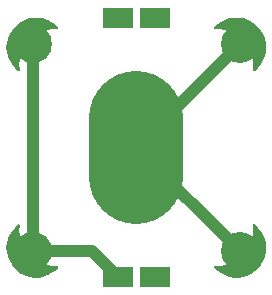
<source format=gbr>
G04 EAGLE Gerber RS-274X export*
G75*
%MOMM*%
%FSLAX34Y34*%
%LPD*%
%INTop Copper*%
%IPPOS*%
%AMOC8*
5,1,8,0,0,1.08239X$1,22.5*%
G01*
%ADD10R,2.540000X1.778000*%
%ADD11C,8.000000*%
%ADD12C,3.216000*%
%ADD13C,1.016000*%

G36*
X99673Y64978D02*
X99673Y64978D01*
X99727Y64977D01*
X99813Y64999D01*
X99900Y65013D01*
X99950Y65035D01*
X100002Y65049D01*
X100062Y65087D01*
X100159Y65131D01*
X100230Y65193D01*
X100286Y65228D01*
X102994Y67644D01*
X103053Y67714D01*
X103102Y67757D01*
X105409Y70559D01*
X105456Y70636D01*
X105498Y70686D01*
X107350Y73808D01*
X107385Y73892D01*
X107419Y73947D01*
X108771Y77315D01*
X108793Y77404D01*
X108818Y77464D01*
X109639Y80999D01*
X109642Y81026D01*
X109648Y81046D01*
X109650Y81099D01*
X109663Y81153D01*
X109934Y84772D01*
X109929Y84863D01*
X109934Y84928D01*
X109649Y88546D01*
X109629Y88635D01*
X109625Y88700D01*
X108790Y92232D01*
X108757Y92317D01*
X108743Y92380D01*
X107378Y95744D01*
X107335Y95818D01*
X107335Y95819D01*
X107332Y95825D01*
X107309Y95883D01*
X105446Y98998D01*
X105402Y99052D01*
X105368Y99109D01*
X105361Y99115D01*
X105356Y99125D01*
X103038Y101918D01*
X102989Y101963D01*
X102958Y102004D01*
X100333Y104511D01*
X100259Y104564D01*
X100213Y104609D01*
X99085Y105395D01*
X97629Y106411D01*
X97235Y106685D01*
X97154Y106726D01*
X97101Y106764D01*
X93842Y108360D01*
X93755Y108388D01*
X93697Y108418D01*
X90232Y109497D01*
X90142Y109512D01*
X90080Y109532D01*
X86490Y110068D01*
X86399Y110069D01*
X86335Y110080D01*
X82706Y110061D01*
X82615Y110048D01*
X82551Y110048D01*
X78967Y109475D01*
X78880Y109448D01*
X78815Y109439D01*
X75361Y108325D01*
X75279Y108285D01*
X75217Y108266D01*
X71974Y106637D01*
X71899Y106585D01*
X71840Y106556D01*
X68884Y104450D01*
X68818Y104388D01*
X68765Y104351D01*
X66165Y101818D01*
X66132Y101775D01*
X66092Y101739D01*
X66046Y101663D01*
X65992Y101593D01*
X65972Y101542D01*
X65943Y101496D01*
X65920Y101411D01*
X65887Y101328D01*
X65882Y101275D01*
X65867Y101223D01*
X65868Y101134D01*
X65860Y101045D01*
X65870Y100992D01*
X65870Y100938D01*
X65896Y100853D01*
X65912Y100766D01*
X65936Y100718D01*
X65952Y100666D01*
X66000Y100591D01*
X66040Y100512D01*
X66076Y100472D01*
X66106Y100427D01*
X66172Y100368D01*
X66233Y100303D01*
X66279Y100275D01*
X66320Y100240D01*
X66400Y100202D01*
X66476Y100156D01*
X66528Y100142D01*
X66577Y100120D01*
X66648Y100110D01*
X66751Y100083D01*
X66844Y100085D01*
X66910Y100076D01*
X71111Y100226D01*
X75219Y99785D01*
X79222Y98764D01*
X83039Y97184D01*
X86593Y95078D01*
X89811Y92488D01*
X92629Y89467D01*
X94988Y86076D01*
X96841Y82384D01*
X98150Y78465D01*
X98889Y74401D01*
X99043Y70272D01*
X98600Y66092D01*
X98602Y66038D01*
X98595Y65985D01*
X98607Y65897D01*
X98610Y65808D01*
X98627Y65757D01*
X98635Y65703D01*
X98671Y65623D01*
X98698Y65538D01*
X98729Y65493D01*
X98751Y65444D01*
X98808Y65376D01*
X98858Y65303D01*
X98900Y65269D01*
X98935Y65227D01*
X99009Y65178D01*
X99077Y65121D01*
X99127Y65100D01*
X99171Y65070D01*
X99256Y65043D01*
X99337Y65007D01*
X99391Y65000D01*
X99443Y64984D01*
X99531Y64982D01*
X99619Y64970D01*
X99673Y64978D01*
G37*
G36*
X-99583Y64979D02*
X-99583Y64979D01*
X-99494Y64977D01*
X-99442Y64990D01*
X-99388Y64995D01*
X-99305Y65026D01*
X-99219Y65049D01*
X-99173Y65076D01*
X-99122Y65095D01*
X-99051Y65148D01*
X-98974Y65194D01*
X-98938Y65233D01*
X-98894Y65265D01*
X-98841Y65336D01*
X-98780Y65401D01*
X-98755Y65449D01*
X-98723Y65492D01*
X-98691Y65575D01*
X-98650Y65654D01*
X-98640Y65707D01*
X-98621Y65757D01*
X-98616Y65829D01*
X-98596Y65933D01*
X-98604Y66026D01*
X-98600Y66092D01*
X-99043Y70272D01*
X-98889Y74401D01*
X-98150Y78465D01*
X-96841Y82384D01*
X-94988Y86076D01*
X-92629Y89467D01*
X-89811Y92488D01*
X-86593Y95078D01*
X-83039Y97184D01*
X-79222Y98764D01*
X-75219Y99785D01*
X-71111Y100226D01*
X-66910Y100076D01*
X-66856Y100082D01*
X-66803Y100078D01*
X-66716Y100096D01*
X-66627Y100106D01*
X-66577Y100126D01*
X-66525Y100137D01*
X-66446Y100179D01*
X-66364Y100213D01*
X-66321Y100246D01*
X-66274Y100271D01*
X-66210Y100333D01*
X-66141Y100388D01*
X-66109Y100432D01*
X-66070Y100470D01*
X-66026Y100547D01*
X-65975Y100619D01*
X-65957Y100670D01*
X-65930Y100717D01*
X-65909Y100803D01*
X-65879Y100887D01*
X-65876Y100941D01*
X-65863Y100993D01*
X-65867Y101082D01*
X-65862Y101171D01*
X-65874Y101224D01*
X-65876Y101277D01*
X-65904Y101362D01*
X-65924Y101448D01*
X-65950Y101496D01*
X-65967Y101547D01*
X-66009Y101605D01*
X-66060Y101698D01*
X-66126Y101764D01*
X-66165Y101818D01*
X-68765Y104351D01*
X-68838Y104404D01*
X-68884Y104450D01*
X-71840Y106556D01*
X-71921Y106598D01*
X-71974Y106637D01*
X-75217Y108266D01*
X-75303Y108295D01*
X-75361Y108325D01*
X-78815Y109439D01*
X-78905Y109455D01*
X-78967Y109475D01*
X-82551Y110048D01*
X-82641Y110050D01*
X-82706Y110061D01*
X-86335Y110080D01*
X-86425Y110067D01*
X-86490Y110068D01*
X-90080Y109532D01*
X-90167Y109506D01*
X-90232Y109497D01*
X-93697Y108418D01*
X-93779Y108379D01*
X-93842Y108360D01*
X-97101Y106764D01*
X-97177Y106713D01*
X-97235Y106685D01*
X-100213Y104609D01*
X-100279Y104547D01*
X-100333Y104511D01*
X-102958Y102004D01*
X-103000Y101952D01*
X-103038Y101918D01*
X-105356Y99125D01*
X-105404Y99047D01*
X-105446Y98998D01*
X-107309Y95883D01*
X-107344Y95799D01*
X-107378Y95744D01*
X-108743Y92380D01*
X-108765Y92292D01*
X-108790Y92232D01*
X-109625Y88700D01*
X-109633Y88609D01*
X-109649Y88546D01*
X-109934Y84928D01*
X-109929Y84837D01*
X-109934Y84772D01*
X-109663Y81153D01*
X-109655Y81118D01*
X-109656Y81098D01*
X-109642Y81047D01*
X-109639Y80999D01*
X-108818Y77464D01*
X-108785Y77379D01*
X-108771Y77315D01*
X-107419Y73947D01*
X-107373Y73868D01*
X-107350Y73808D01*
X-105498Y70686D01*
X-105441Y70615D01*
X-105409Y70559D01*
X-103102Y67757D01*
X-103035Y67695D01*
X-102994Y67644D01*
X-100286Y65228D01*
X-100241Y65198D01*
X-100202Y65161D01*
X-100123Y65120D01*
X-100049Y65070D01*
X-99998Y65054D01*
X-99950Y65029D01*
X-99863Y65011D01*
X-99778Y64984D01*
X-99724Y64983D01*
X-99671Y64972D01*
X-99583Y64979D01*
G37*
G36*
X-82706Y-110061D02*
X-82706Y-110061D01*
X-82615Y-110048D01*
X-82551Y-110048D01*
X-78967Y-109475D01*
X-78880Y-109448D01*
X-78815Y-109439D01*
X-75361Y-108325D01*
X-75279Y-108285D01*
X-75217Y-108266D01*
X-71974Y-106637D01*
X-71899Y-106585D01*
X-71840Y-106556D01*
X-68884Y-104450D01*
X-68818Y-104388D01*
X-68765Y-104351D01*
X-66165Y-101818D01*
X-66132Y-101775D01*
X-66092Y-101739D01*
X-66046Y-101663D01*
X-65992Y-101593D01*
X-65972Y-101542D01*
X-65943Y-101496D01*
X-65920Y-101411D01*
X-65887Y-101328D01*
X-65882Y-101275D01*
X-65867Y-101223D01*
X-65868Y-101134D01*
X-65860Y-101045D01*
X-65870Y-100992D01*
X-65870Y-100938D01*
X-65896Y-100853D01*
X-65912Y-100766D01*
X-65936Y-100718D01*
X-65952Y-100666D01*
X-66000Y-100591D01*
X-66040Y-100512D01*
X-66076Y-100472D01*
X-66106Y-100427D01*
X-66172Y-100368D01*
X-66233Y-100303D01*
X-66279Y-100275D01*
X-66320Y-100240D01*
X-66400Y-100202D01*
X-66476Y-100156D01*
X-66528Y-100142D01*
X-66577Y-100120D01*
X-66648Y-100110D01*
X-66751Y-100083D01*
X-66844Y-100085D01*
X-66910Y-100076D01*
X-71111Y-100226D01*
X-75219Y-99785D01*
X-79222Y-98764D01*
X-83039Y-97184D01*
X-86593Y-95078D01*
X-89811Y-92488D01*
X-92629Y-89467D01*
X-94988Y-86076D01*
X-96841Y-82384D01*
X-98150Y-78465D01*
X-98889Y-74401D01*
X-99043Y-70272D01*
X-98600Y-66092D01*
X-98602Y-66038D01*
X-98595Y-65985D01*
X-98607Y-65897D01*
X-98610Y-65808D01*
X-98627Y-65757D01*
X-98635Y-65703D01*
X-98671Y-65623D01*
X-98698Y-65538D01*
X-98729Y-65493D01*
X-98751Y-65444D01*
X-98808Y-65376D01*
X-98858Y-65303D01*
X-98900Y-65269D01*
X-98935Y-65227D01*
X-99009Y-65178D01*
X-99077Y-65121D01*
X-99127Y-65100D01*
X-99171Y-65070D01*
X-99256Y-65043D01*
X-99337Y-65007D01*
X-99391Y-65000D01*
X-99443Y-64984D01*
X-99531Y-64982D01*
X-99619Y-64970D01*
X-99673Y-64978D01*
X-99727Y-64977D01*
X-99813Y-64999D01*
X-99900Y-65013D01*
X-99950Y-65035D01*
X-100002Y-65049D01*
X-100062Y-65087D01*
X-100159Y-65131D01*
X-100230Y-65193D01*
X-100286Y-65228D01*
X-102994Y-67644D01*
X-103053Y-67714D01*
X-103102Y-67757D01*
X-105409Y-70559D01*
X-105456Y-70636D01*
X-105498Y-70686D01*
X-107350Y-73808D01*
X-107385Y-73892D01*
X-107419Y-73947D01*
X-108771Y-77315D01*
X-108793Y-77404D01*
X-108818Y-77464D01*
X-109639Y-80999D01*
X-109647Y-81090D01*
X-109663Y-81153D01*
X-109934Y-84772D01*
X-109929Y-84863D01*
X-109934Y-84928D01*
X-109649Y-88546D01*
X-109629Y-88635D01*
X-109625Y-88700D01*
X-108790Y-92232D01*
X-108757Y-92317D01*
X-108743Y-92380D01*
X-107378Y-95744D01*
X-107332Y-95822D01*
X-107309Y-95883D01*
X-105446Y-98998D01*
X-105388Y-99069D01*
X-105356Y-99125D01*
X-103038Y-101918D01*
X-102989Y-101963D01*
X-102958Y-102004D01*
X-100333Y-104511D01*
X-100259Y-104564D01*
X-100213Y-104609D01*
X-99913Y-104818D01*
X-98457Y-105834D01*
X-97235Y-106685D01*
X-97154Y-106726D01*
X-97101Y-106764D01*
X-93842Y-108360D01*
X-93755Y-108388D01*
X-93697Y-108418D01*
X-90232Y-109497D01*
X-90142Y-109512D01*
X-90080Y-109532D01*
X-86490Y-110068D01*
X-86399Y-110069D01*
X-86335Y-110080D01*
X-82706Y-110061D01*
G37*
G36*
X86425Y-110067D02*
X86425Y-110067D01*
X86490Y-110068D01*
X90080Y-109532D01*
X90167Y-109506D01*
X90232Y-109497D01*
X93697Y-108418D01*
X93779Y-108379D01*
X93842Y-108360D01*
X97101Y-106764D01*
X97177Y-106713D01*
X97235Y-106685D01*
X100213Y-104609D01*
X100279Y-104547D01*
X100333Y-104511D01*
X102958Y-102004D01*
X103000Y-101952D01*
X103038Y-101918D01*
X105356Y-99125D01*
X105404Y-99047D01*
X105446Y-98998D01*
X107309Y-95883D01*
X107344Y-95799D01*
X107378Y-95744D01*
X108743Y-92380D01*
X108765Y-92292D01*
X108790Y-92232D01*
X109625Y-88700D01*
X109633Y-88609D01*
X109649Y-88546D01*
X109934Y-84928D01*
X109929Y-84837D01*
X109934Y-84772D01*
X109663Y-81153D01*
X109643Y-81064D01*
X109639Y-80999D01*
X108818Y-77464D01*
X108785Y-77379D01*
X108771Y-77315D01*
X107419Y-73947D01*
X107373Y-73868D01*
X107350Y-73808D01*
X105498Y-70686D01*
X105441Y-70615D01*
X105409Y-70559D01*
X103102Y-67757D01*
X103035Y-67695D01*
X102994Y-67644D01*
X100286Y-65228D01*
X100241Y-65198D01*
X100202Y-65161D01*
X100123Y-65120D01*
X100049Y-65070D01*
X99998Y-65054D01*
X99950Y-65029D01*
X99863Y-65011D01*
X99778Y-64984D01*
X99724Y-64983D01*
X99671Y-64972D01*
X99583Y-64979D01*
X99494Y-64977D01*
X99442Y-64990D01*
X99388Y-64995D01*
X99305Y-65026D01*
X99219Y-65049D01*
X99173Y-65076D01*
X99122Y-65095D01*
X99051Y-65148D01*
X98974Y-65194D01*
X98938Y-65233D01*
X98894Y-65265D01*
X98841Y-65336D01*
X98780Y-65401D01*
X98755Y-65449D01*
X98723Y-65492D01*
X98691Y-65575D01*
X98650Y-65654D01*
X98640Y-65707D01*
X98621Y-65757D01*
X98616Y-65829D01*
X98596Y-65933D01*
X98604Y-66026D01*
X98600Y-66092D01*
X99043Y-70272D01*
X98889Y-74401D01*
X98150Y-78465D01*
X96841Y-82384D01*
X94988Y-86076D01*
X92629Y-89467D01*
X89811Y-92488D01*
X86593Y-95078D01*
X83039Y-97184D01*
X79222Y-98764D01*
X75219Y-99785D01*
X71111Y-100226D01*
X66910Y-100076D01*
X66856Y-100082D01*
X66803Y-100078D01*
X66716Y-100096D01*
X66627Y-100106D01*
X66577Y-100126D01*
X66525Y-100137D01*
X66446Y-100179D01*
X66364Y-100213D01*
X66321Y-100246D01*
X66274Y-100271D01*
X66210Y-100333D01*
X66141Y-100388D01*
X66109Y-100432D01*
X66070Y-100470D01*
X66026Y-100547D01*
X65975Y-100619D01*
X65957Y-100670D01*
X65930Y-100717D01*
X65909Y-100803D01*
X65879Y-100887D01*
X65876Y-100941D01*
X65863Y-100993D01*
X65867Y-101082D01*
X65862Y-101171D01*
X65874Y-101224D01*
X65876Y-101277D01*
X65904Y-101362D01*
X65924Y-101448D01*
X65950Y-101496D01*
X65967Y-101547D01*
X66009Y-101605D01*
X66060Y-101698D01*
X66126Y-101764D01*
X66165Y-101818D01*
X68765Y-104351D01*
X68838Y-104404D01*
X68884Y-104450D01*
X71840Y-106556D01*
X71921Y-106598D01*
X71974Y-106637D01*
X75217Y-108266D01*
X75303Y-108295D01*
X75361Y-108325D01*
X78815Y-109439D01*
X78905Y-109455D01*
X78967Y-109475D01*
X82551Y-110048D01*
X82641Y-110050D01*
X82706Y-110061D01*
X86335Y-110080D01*
X86425Y-110067D01*
G37*
D10*
X-15500Y-110000D03*
D11*
X0Y-25000D02*
X0Y25000D01*
D10*
X-15500Y110000D03*
X15500Y-110000D03*
X15500Y110000D03*
D12*
X87630Y-87630D03*
X-87630Y-87630D03*
X87630Y87630D03*
X-87630Y87630D03*
D13*
X-87630Y-87630D01*
X-87630Y87630D02*
X-88900Y88900D01*
X-87630Y-87630D02*
X-37870Y-87630D01*
X-15500Y-110000D01*
X0Y0D02*
X87630Y87630D01*
X0Y0D02*
X87630Y-87630D01*
M02*

</source>
